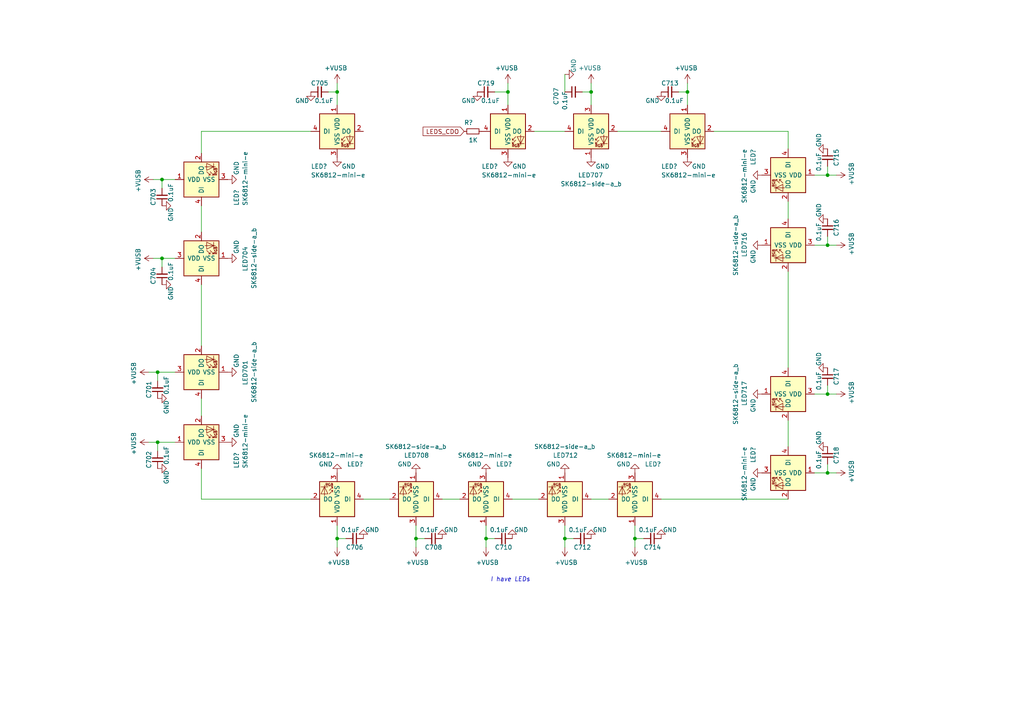
<source format=kicad_sch>
(kicad_sch (version 20230121) (generator eeschema)
  (paper "A4")
  (lib_symbols
    (symbol "Device:C_Small" (pin_numbers hide) (pin_names (offset 0.254) hide)
      (property "Reference" "C" (at 0.254 1.778 0))
      (property "Value" "C_Small" (at 0.254 -2.032 0))
      (symbol "C_Small_0_1"
        (polyline (pts (xy -1.524 -0.508) (xy 1.524 -0.508)) (stroke (width 0.3302)))
        (polyline (pts (xy -1.524 0.508) (xy 1.524 0.508)) (stroke (width 0.3048)))
      )
      (symbol "C_Small_1_1"
        (pin passive line (at 0 2.54 270) (length 2.032) (name "~") (number "1"))
        (pin passive line (at 0 -2.54 90) (length 2.032) (name "~") (number "2"))
      )
    )
    (symbol "Device:R_Small" (pin_numbers hide) (pin_names (offset 0.254) hide)
      (property "Reference" "R" (at 0.762 0.508 0))
      (property "Value" "R_Small" (at 0.762 -1.016 0))
      (symbol "R_Small_0_1"
        (rectangle (start -0.762 1.778) (end 0.762 -1.778) (stroke (width 0.2032)))
      )
      (symbol "R_Small_1_1"
        (pin passive line (at 0 2.54 270) (length 0.762) (name "~") (number "1"))
        (pin passive line (at 0 -2.54 90) (length 0.762) (name "~") (number "2"))
      )
    )
    (symbol "dp-LED:SK6812-mini-e" (pin_names (offset 1.016))
      (property "Reference" "LED" (at 11.43 -5.08 0))
      (property "Value" "SK6812-mini-e" (at 11.43 -7.62 0))
      (symbol "SK6812-mini-e_1_1"
        (polyline (pts (xy 1.27 -3.556) (xy 1.778 -3.556)))
        (polyline (pts (xy 1.27 -2.54) (xy 1.778 -2.54)))
        (polyline (pts (xy 4.699 -3.556) (xy 2.667 -3.556)))
        (polyline (pts (xy 2.286 -2.54) (xy 1.27 -3.556) (xy 1.27 -3.048)))
        (polyline (pts (xy 2.286 -1.524) (xy 1.27 -2.54) (xy 1.27 -2.032)))
        (polyline (pts (xy 3.683 -1.016) (xy 3.683 -3.556) (xy 3.683 -4.064)))
        (polyline (pts (xy 4.699 -1.524) (xy 2.667 -1.524) (xy 3.683 -3.556) (xy 4.699 -1.524)))
        (rectangle (start 5.08 5.08) (end -5.08 -5.08) (stroke (width 0.254)) (fill (type background)))
        (text "RGB" (at 2.286 -4.191 0) (effects (font (size 0.762 0.762))))
        (pin power_in line (at 0 7.62 270) (length 2.54) (name "VDD") (number "1"))
        (pin output line (at 7.62 0 180) (length 2.54) (name "DO") (number "2"))
        (pin power_in line (at 0 -7.62 90) (length 2.54) (name "VSS") (number "3"))
        (pin input line (at -7.62 0 0) (length 2.54) (name "DI") (number "4"))
      )
    )
    (symbol "dp-LED:SK6812-side-a_b" (pin_names (offset 1.016))
      (property "Reference" "LED" (at 12.7 -5.08 0))
      (property "Value" "SK6812-side-a_b" (at 12.7 -7.62 0))
      (symbol "SK6812-side-a_b_1_1"
        (polyline (pts (xy 1.27 -3.556) (xy 1.778 -3.556)))
        (polyline (pts (xy 1.27 -2.54) (xy 1.778 -2.54)))
        (polyline (pts (xy 4.699 -3.556) (xy 2.667 -3.556)))
        (polyline (pts (xy 2.286 -2.54) (xy 1.27 -3.556) (xy 1.27 -3.048)))
        (polyline (pts (xy 2.286 -1.524) (xy 1.27 -2.54) (xy 1.27 -2.032)))
        (polyline (pts (xy 3.683 -1.016) (xy 3.683 -3.556) (xy 3.683 -4.064)))
        (polyline (pts (xy 4.699 -1.524) (xy 2.667 -1.524) (xy 3.683 -3.556) (xy 4.699 -1.524)))
        (rectangle (start 5.08 5.08) (end -5.08 -5.08) (stroke (width 0.254)) (fill (type background)))
        (text "RGB" (at 2.286 -4.191 0) (effects (font (size 0.762 0.762))))
        (pin power_in line (at 0 -7.62 90) (length 2.54) (name "VSS") (number "1"))
        (pin output line (at 7.62 0 180) (length 2.54) (name "DO") (number "2"))
        (pin power_in line (at 0 7.62 270) (length 2.54) (name "VDD") (number "3"))
        (pin input line (at -7.62 0 0) (length 2.54) (name "DI") (number "4"))
      )
    )
    (symbol "dp-power:+VUSB" (power) (pin_names (offset 1.016))
      (property "Value" "+VUSB" (at 0 5.08 0))
      (symbol "+VUSB_0_1"
        (polyline (pts (xy 0 0) (xy 0 2.54)))
        (polyline (pts (xy 0 2.54) (xy -0.762 1.27)))
        (polyline (pts (xy 0 2.54) (xy 0.762 1.27)))
      )
      (symbol "+VUSB_1_1"
        (pin power_in line (at 0 0 90) (length 0) hide (name "+VUSB") (number "1"))
      )
    )
    (symbol "power:GND" (power) (pin_names (offset 0))
      (property "Value" "GND" (at 0 -3.81 0))
      (symbol "GND_0_1"
        (polyline (pts (xy 0 0) (xy 0 -1.27) (xy 1.27 -1.27) (xy 0 -2.54) (xy -1.27 -1.27) (xy 0 -1.27)))
      )
      (symbol "GND_1_1"
        (pin power_in line (at 0 0 270) (length 0) hide (name "GND") (number "1"))
      )
    )
  )
  (junction (at 199.39 26.67))
  (junction (at 140.97 156.21))
  (junction (at 171.45 26.67))
  (junction (at 147.32 26.67))
  (junction (at 240.03 137.16))
  (junction (at 184.15 156.21))
  (junction (at 97.79 26.67))
  (junction (at 240.03 114.3))
  (junction (at 45.72 107.95))
  (junction (at 46.99 74.93))
  (junction (at 46.99 52.07))
  (junction (at 97.79 156.21))
  (junction (at 240.03 50.8))
  (junction (at 120.65 156.21))
  (junction (at 163.83 156.21))
  (junction (at 45.72 128.27))
  (junction (at 240.03 71.12))
  (wire (pts (xy 240.03 48.26) (xy 240.03 50.8)))
  (wire (pts (xy 228.6 129.54) (xy 228.6 121.92)))
  (wire (pts (xy 240.03 71.12) (xy 236.22 71.12)))
  (wire (pts (xy 148.59 144.78) (xy 156.21 144.78)))
  (wire (pts (xy 196.85 26.67) (xy 199.39 26.67)))
  (wire (pts (xy 240.03 111.76) (xy 240.03 114.3)))
  (wire (pts (xy 58.42 82.55) (xy 58.42 100.33)))
  (wire (pts (xy 199.39 24.13) (xy 199.39 26.67)))
  (wire (pts (xy 179.07 38.1) (xy 191.77 38.1)))
  (wire (pts (xy 58.42 44.45) (xy 58.42 38.1)))
  (wire (pts (xy 140.97 156.21) (xy 140.97 152.4)))
  (wire (pts (xy 46.99 77.47) (xy 46.99 74.93)))
  (wire (pts (xy 163.83 156.21) (xy 163.83 152.4)))
  (wire (pts (xy 184.15 158.75) (xy 184.15 156.21)))
  (wire (pts (xy 154.94 38.1) (xy 163.83 38.1)))
  (wire (pts (xy 45.72 110.49) (xy 45.72 107.95)))
  (wire (pts (xy 228.6 58.42) (xy 228.6 63.5)))
  (wire (pts (xy 45.72 107.95) (xy 50.8 107.95)))
  (wire (pts (xy 143.51 156.21) (xy 140.97 156.21)))
  (wire (pts (xy 228.6 78.74) (xy 228.6 106.68)))
  (wire (pts (xy 147.32 26.67) (xy 147.32 30.48)))
  (wire (pts (xy 133.35 144.78) (xy 128.27 144.78)))
  (wire (pts (xy 58.42 59.69) (xy 58.42 67.31)))
  (wire (pts (xy 43.18 107.95) (xy 45.72 107.95)))
  (wire (pts (xy 140.97 158.75) (xy 140.97 156.21)))
  (wire (pts (xy 46.99 52.07) (xy 50.8 52.07)))
  (wire (pts (xy 123.19 156.21) (xy 120.65 156.21)))
  (wire (pts (xy 97.79 156.21) (xy 97.79 152.4)))
  (wire (pts (xy 97.79 158.75) (xy 97.79 156.21)))
  (wire (pts (xy 45.72 130.81) (xy 45.72 128.27)))
  (wire (pts (xy 120.65 156.21) (xy 120.65 152.4)))
  (wire (pts (xy 95.25 26.67) (xy 97.79 26.67)))
  (wire (pts (xy 147.32 24.13) (xy 147.32 26.67)))
  (wire (pts (xy 168.91 26.67) (xy 171.45 26.67)))
  (wire (pts (xy 242.57 114.3) (xy 240.03 114.3)))
  (wire (pts (xy 186.69 156.21) (xy 184.15 156.21)))
  (wire (pts (xy 58.42 135.89) (xy 58.42 144.78)))
  (wire (pts (xy 120.65 158.75) (xy 120.65 156.21)))
  (wire (pts (xy 242.57 71.12) (xy 240.03 71.12)))
  (wire (pts (xy 44.45 52.07) (xy 46.99 52.07)))
  (wire (pts (xy 100.33 156.21) (xy 97.79 156.21)))
  (wire (pts (xy 228.6 43.18) (xy 228.6 38.1)))
  (wire (pts (xy 171.45 24.13) (xy 171.45 26.67)))
  (wire (pts (xy 44.45 74.93) (xy 46.99 74.93)))
  (wire (pts (xy 240.03 68.58) (xy 240.03 71.12)))
  (wire (pts (xy 176.53 144.78) (xy 171.45 144.78)))
  (wire (pts (xy 97.79 24.13) (xy 97.79 26.67)))
  (wire (pts (xy 240.03 137.16) (xy 236.22 137.16)))
  (wire (pts (xy 184.15 156.21) (xy 184.15 152.4)))
  (wire (pts (xy 163.83 26.67) (xy 163.83 21.59)))
  (wire (pts (xy 46.99 54.61) (xy 46.99 52.07)))
  (wire (pts (xy 171.45 26.67) (xy 171.45 30.48)))
  (wire (pts (xy 90.17 144.78) (xy 58.42 144.78)))
  (wire (pts (xy 166.37 156.21) (xy 163.83 156.21)))
  (wire (pts (xy 199.39 26.67) (xy 199.39 30.48)))
  (wire (pts (xy 58.42 120.65) (xy 58.42 115.57)))
  (wire (pts (xy 43.18 128.27) (xy 45.72 128.27)))
  (wire (pts (xy 207.01 38.1) (xy 228.6 38.1)))
  (wire (pts (xy 46.99 74.93) (xy 50.8 74.93)))
  (wire (pts (xy 58.42 38.1) (xy 90.17 38.1)))
  (wire (pts (xy 242.57 137.16) (xy 240.03 137.16)))
  (wire (pts (xy 191.77 144.78) (xy 228.6 144.78)))
  (wire (pts (xy 45.72 128.27) (xy 50.8 128.27)))
  (wire (pts (xy 97.79 26.67) (xy 97.79 30.48)))
  (wire (pts (xy 105.41 144.78) (xy 113.03 144.78)))
  (wire (pts (xy 163.83 158.75) (xy 163.83 156.21)))
  (wire (pts (xy 143.51 26.67) (xy 147.32 26.67)))
  (wire (pts (xy 240.03 114.3) (xy 236.22 114.3)))
  (wire (pts (xy 240.03 50.8) (xy 236.22 50.8)))
  (wire (pts (xy 242.57 50.8) (xy 240.03 50.8)))
  (wire (pts (xy 240.03 134.62) (xy 240.03 137.16)))
  (text "I have LEDs" (at 142.24 168.91 0) (effects (font (size 1.27 1.27) italic) (justify left bottom)))
  (global_label "LEDS_CDO" (shape input) (at 134.62 38.1 180) (property "Intersheetrefs" "${INTERSHEET_REFS}" (effects hide)))
  (symbol (lib_id "dp-power:+VUSB") (at 44.45 74.93 90) (unit 1)
    (property "Reference" "#PWR0704" (effects hide))
    (property "Value" "+VUSB" (at 40.0558 75.311 0))
    (instances (project "BusPirate-5-rev10" (path "" (reference "#PWR0704") (unit 1)) (path "" (reference "#PWR?") (unit 1))))
  )
  (symbol (lib_id "power:GND") (at 46.99 82.55 90) (unit 1)
    (property "Reference" "#PWR0708" (effects hide))
    (property "Value" "GND" (at 49.53 85.09 0))
    (instances (project "BusPirate-5-rev10" (path "" (reference "#PWR0708") (unit 1)) (path "" (reference "#PWR?") (unit 1))))
  )
  (symbol (lib_id "Device:C_Small") (at 46.99 80.01 180) (unit 1)
    (property "Reference" "C704" (at 44.45 80.01 90))
    (property "Value" "0.1uF" (at 49.53 78.74 90))
    (property "Footprint" "Capacitor_SMD:C_0402_1005Metric" (effects hide))
    (property "RMB" "0.00628" (effects hide))
    (property "Supplier" "https://item.szlcsc.com/1877.html" (effects hide))
    (instances (project "BusPirate-5-rev10" (path "" (reference "C704") (unit 1)) (path "" (reference "C?") (unit 1))))
  )
  (symbol (lib_id "power:GND") (at 66.04 74.93 90) (unit 1)
    (property "Reference" "#PWR0712" (effects hide))
    (property "Value" "GND" (at 68.58 73.66 0) (effects (justify left)))
    (instances (project "BusPirate-5-rev10" (path "" (reference "#PWR0712") (unit 1)) (path "" (reference "#PWR?") (unit 1))))
  )
  (symbol (lib_id "dp-power:+VUSB") (at 44.45 52.07 90) (unit 1)
    (property "Reference" "#PWR0703" (effects hide))
    (property "Value" "+VUSB" (at 40.0558 52.451 0))
    (instances (project "BusPirate-5-rev10" (path "" (reference "#PWR0703") (unit 1)) (path "" (reference "#PWR?") (unit 1))))
  )
  (symbol (lib_id "power:GND") (at 46.99 59.69 90) (unit 1)
    (property "Reference" "#PWR0707" (effects hide))
    (property "Value" "GND" (at 49.53 62.23 0))
    (instances (project "BusPirate-5-rev10" (path "" (reference "#PWR0707") (unit 1)) (path "" (reference "#PWR?") (unit 1))))
  )
  (symbol (lib_id "Device:C_Small") (at 46.99 57.15 180) (unit 1)
    (property "Reference" "C703" (at 44.45 57.15 90))
    (property "Value" "0.1uF" (at 49.53 55.88 90))
    (property "Footprint" "Capacitor_SMD:C_0402_1005Metric" (effects hide))
    (property "RMB" "0.00628" (effects hide))
    (property "Supplier" "https://item.szlcsc.com/1877.html" (effects hide))
    (instances (project "BusPirate-5-rev10" (path "" (reference "C703") (unit 1)) (path "" (reference "C?") (unit 1))))
  )
  (symbol (lib_id "power:GND") (at 66.04 52.07 90) (unit 1)
    (property "Reference" "#PWR0711" (effects hide))
    (property "Value" "GND" (at 68.58 50.8 0) (effects (justify left)))
    (instances (project "BusPirate-5-rev10" (path "" (reference "#PWR0711") (unit 1)) (path "" (reference "#PWR?") (unit 1))))
  )
  (symbol (lib_id "dp-LED:SK6812-mini-e") (at 58.42 52.07 90) (unit 1)
    (property "Reference" "LED?" (at 68.58 59.69 0) (effects (justify left)))
    (property "Value" "SK6812-mini-e" (at 71.12 59.69 0) (effects (justify left)))
    (property "Footprint" "dp-LED:SK6812-mini-e" (effects hide))
    (property "RMB" "0.5296" (effects hide))
    (property "Supplier" "https://item.szlcsc.com/542109.html" (effects hide))
    (instances (project "BusPirate-5-rev10" (path "" (reference "LED?") (unit 1)) (path "" (reference "LED?") (unit 1)) (path "" (reference "LED703") (unit 1))))
  )
  (symbol (lib_id "dp-power:+VUSB") (at 97.79 24.13 0) (unit 1)
    (property "Reference" "#PWR0714" (effects hide))
    (property "Value" "+VUSB" (at 97.409 19.7358 0))
    (instances (project "BusPirate-5-rev10" (path "" (reference "#PWR0714") (unit 1)) (path "" (reference "#PWR?") (unit 1))))
  )
  (symbol (lib_id "power:GND") (at 90.17 26.67 0) (unit 1)
    (property "Reference" "#PWR0713" (effects hide))
    (property "Value" "GND" (at 87.63 29.21 0))
    (instances (project "BusPirate-5-rev10" (path "" (reference "#PWR0713") (unit 1)) (path "" (reference "#PWR?") (unit 1))))
  )
  (symbol (lib_id "power:GND") (at 97.79 45.72 0) (unit 1)
    (property "Reference" "#PWR0715" (effects hide))
    (property "Value" "GND" (at 99.06 48.26 0) (effects (justify left)))
    (instances (project "BusPirate-5-rev10" (path "" (reference "#PWR0715") (unit 1)) (path "" (reference "#PWR?") (unit 1))))
  )
  (symbol (lib_id "dp-LED:SK6812-mini-e") (at 97.79 38.1 0) (unit 1)
    (property "Reference" "LED?" (at 90.17 48.26 0) (effects (justify left)))
    (property "Value" "SK6812-mini-e" (at 90.17 50.8 0) (effects (justify left)))
    (property "Footprint" "dp-LED:SK6812-mini-e" (effects hide))
    (property "RMB" "0.5296" (effects hide))
    (property "Supplier" "https://item.szlcsc.com/542109.html" (effects hide))
    (instances (project "BusPirate-5-rev10" (path "" (reference "LED?") (unit 1)) (path "" (reference "LED?") (unit 1)) (path "" (reference "LED705") (unit 1))))
  )
  (symbol (lib_id "Device:C_Small") (at 92.71 26.67 90) (unit 1)
    (property "Reference" "C705" (at 92.71 24.13 90))
    (property "Value" "0.1uF" (at 93.98 29.21 90))
    (property "Footprint" "Capacitor_SMD:C_0402_1005Metric" (effects hide))
    (property "RMB" "0.00628" (effects hide))
    (property "Supplier" "https://item.szlcsc.com/1877.html" (effects hide))
    (instances (project "BusPirate-5-rev10" (path "" (reference "C705") (unit 1)) (path "" (reference "C?") (unit 1))))
  )
  (symbol (lib_id "dp-power:+VUSB") (at 199.39 24.13 0) (unit 1)
    (property "Reference" "#PWR0738" (effects hide))
    (property "Value" "+VUSB" (at 199.009 19.7358 0))
    (instances (project "BusPirate-5-rev10" (path "" (reference "#PWR0738") (unit 1)) (path "" (reference "#PWR?") (unit 1))))
  )
  (symbol (lib_id "power:GND") (at 191.77 26.67 0) (unit 1)
    (property "Reference" "#PWR0737" (effects hide))
    (property "Value" "GND" (at 189.23 29.21 0))
    (instances (project "BusPirate-5-rev10" (path "" (reference "#PWR0737") (unit 1)) (path "" (reference "#PWR?") (unit 1))))
  )
  (symbol (lib_id "power:GND") (at 199.39 45.72 0) (unit 1)
    (property "Reference" "#PWR0739" (effects hide))
    (property "Value" "GND" (at 200.66 48.26 0) (effects (justify left)))
    (instances (project "BusPirate-5-rev10" (path "" (reference "#PWR0739") (unit 1)) (path "" (reference "#PWR?") (unit 1))))
  )
  (symbol (lib_id "dp-LED:SK6812-mini-e") (at 199.39 38.1 0) (unit 1)
    (property "Reference" "LED?" (at 191.77 48.26 0) (effects (justify left)))
    (property "Value" "SK6812-mini-e" (at 191.77 50.8 0) (effects (justify left)))
    (property "Footprint" "dp-LED:SK6812-mini-e" (effects hide))
    (property "RMB" "0.5296" (effects hide))
    (property "Supplier" "https://item.szlcsc.com/542109.html" (effects hide))
    (instances (project "BusPirate-5-rev10" (path "" (reference "LED?") (unit 1)) (path "" (reference "LED?") (unit 1)) (path "" (reference "LED713") (unit 1))))
  )
  (symbol (lib_id "Device:C_Small") (at 194.31 26.67 90) (unit 1)
    (property "Reference" "C713" (at 194.31 24.13 90))
    (property "Value" "0.1uF" (at 195.58 29.21 90))
    (property "Footprint" "Capacitor_SMD:C_0402_1005Metric" (effects hide))
    (property "RMB" "0.00628" (effects hide))
    (property "Supplier" "https://item.szlcsc.com/1877.html" (effects hide))
    (instances (project "BusPirate-5-rev10" (path "" (reference "C713") (unit 1)) (path "" (reference "C?") (unit 1))))
  )
  (symbol (lib_id "dp-power:+VUSB") (at 242.57 71.12 270) (unit 1)
    (property "Reference" "#PWR0752" (effects hide))
    (property "Value" "+VUSB" (at 246.9642 70.739 0))
    (instances (project "BusPirate-5-rev10" (path "" (reference "#PWR0752") (unit 1)) (path "" (reference "#PWR?") (unit 1))))
  )
  (symbol (lib_id "power:GND") (at 240.03 63.5 270) (unit 1)
    (property "Reference" "#PWR0748" (effects hide))
    (property "Value" "GND" (at 237.49 60.96 0))
    (instances (project "BusPirate-5-rev10" (path "" (reference "#PWR0748") (unit 1)) (path "" (reference "#PWR?") (unit 1))))
  )
  (symbol (lib_id "Device:C_Small") (at 240.03 66.04 0) (unit 1)
    (property "Reference" "C716" (at 242.57 66.04 90))
    (property "Value" "0.1uF" (at 237.49 67.31 90))
    (property "Footprint" "Capacitor_SMD:C_0402_1005Metric" (effects hide))
    (property "RMB" "0.00628" (effects hide))
    (property "Supplier" "https://item.szlcsc.com/1877.html" (effects hide))
    (instances (project "BusPirate-5-rev10" (path "" (reference "C716") (unit 1)) (path "" (reference "C?") (unit 1))))
  )
  (symbol (lib_id "power:GND") (at 220.98 71.12 270) (unit 1)
    (property "Reference" "#PWR0744" (effects hide))
    (property "Value" "GND" (at 218.44 72.39 0) (effects (justify left)))
    (instances (project "BusPirate-5-rev10" (path "" (reference "#PWR0744") (unit 1)) (path "" (reference "#PWR?") (unit 1))))
  )
  (symbol (lib_id "dp-power:+VUSB") (at 242.57 50.8 270) (unit 1)
    (property "Reference" "#PWR0751" (effects hide))
    (property "Value" "+VUSB" (at 246.9642 50.419 0))
    (instances (project "BusPirate-5-rev10" (path "" (reference "#PWR0751") (unit 1)) (path "" (reference "#PWR?") (unit 1))))
  )
  (symbol (lib_id "power:GND") (at 240.03 43.18 270) (unit 1)
    (property "Reference" "#PWR0747" (effects hide))
    (property "Value" "GND" (at 237.49 40.64 0))
    (instances (project "BusPirate-5-rev10" (path "" (reference "#PWR0747") (unit 1)) (path "" (reference "#PWR?") (unit 1))))
  )
  (symbol (lib_id "power:GND") (at 220.98 50.8 270) (unit 1)
    (property "Reference" "#PWR0743" (effects hide))
    (property "Value" "GND" (at 218.44 52.07 0) (effects (justify left)))
    (instances (project "BusPirate-5-rev10" (path "" (reference "#PWR0743") (unit 1)) (path "" (reference "#PWR?") (unit 1))))
  )
  (symbol (lib_id "dp-LED:SK6812-mini-e") (at 228.6 50.8 270) (unit 1)
    (property "Reference" "LED?" (at 218.44 43.18 0) (effects (justify left)))
    (property "Value" "SK6812-mini-e" (at 215.9 43.18 0) (effects (justify left)))
    (property "Footprint" "dp-LED:SK6812-mini-e" (effects hide))
    (property "RMB" "0.5296" (effects hide))
    (property "Supplier" "https://item.szlcsc.com/542109.html" (effects hide))
    (instances (project "BusPirate-5-rev10" (path "" (reference "LED?") (unit 1)) (path "" (reference "LED?") (unit 1)) (path "" (reference "LED715") (unit 1))))
  )
  (symbol (lib_id "Device:C_Small") (at 240.03 45.72 0) (unit 1)
    (property "Reference" "C715" (at 242.57 45.72 90))
    (property "Value" "0.1uF" (at 237.49 46.99 90))
    (property "Footprint" "Capacitor_SMD:C_0402_1005Metric" (effects hide))
    (property "RMB" "0.00628" (effects hide))
    (property "Supplier" "https://item.szlcsc.com/1877.html" (effects hide))
    (instances (project "BusPirate-5-rev10" (path "" (reference "C715") (unit 1)) (path "" (reference "C?") (unit 1))))
  )
  (symbol (lib_id "dp-power:+VUSB") (at 242.57 114.3 270) (unit 1)
    (property "Reference" "#PWR0753" (effects hide))
    (property "Value" "+VUSB" (at 246.9642 113.919 0))
    (instances (project "BusPirate-5-rev10" (path "" (reference "#PWR0753") (unit 1)) (path "" (reference "#PWR?") (unit 1))))
  )
  (symbol (lib_id "power:GND") (at 240.03 106.68 270) (unit 1)
    (property "Reference" "#PWR0749" (effects hide))
    (property "Value" "GND" (at 237.49 104.14 0))
    (instances (project "BusPirate-5-rev10" (path "" (reference "#PWR0749") (unit 1)) (path "" (reference "#PWR?") (unit 1))))
  )
  (symbol (lib_id "Device:C_Small") (at 240.03 109.22 0) (unit 1)
    (property "Reference" "C717" (at 242.57 109.22 90))
    (property "Value" "0.1uF" (at 237.49 110.49 90))
    (property "Footprint" "Capacitor_SMD:C_0402_1005Metric" (effects hide))
    (property "RMB" "0.00628" (effects hide))
    (property "Supplier" "https://item.szlcsc.com/1877.html" (effects hide))
    (instances (project "BusPirate-5-rev10" (path "" (reference "C717") (unit 1)) (path "" (reference "C?") (unit 1))))
  )
  (symbol (lib_id "power:GND") (at 220.98 114.3 270) (unit 1)
    (property "Reference" "#PWR0745" (effects hide))
    (property "Value" "GND" (at 218.44 115.57 0) (effects (justify left)))
    (instances (project "BusPirate-5-rev10" (path "" (reference "#PWR0745") (unit 1)) (path "" (reference "#PWR?") (unit 1))))
  )
  (symbol (lib_id "dp-power:+VUSB") (at 242.57 137.16 270) (unit 1)
    (property "Reference" "#PWR0754" (effects hide))
    (property "Value" "+VUSB" (at 246.9642 136.779 0))
    (instances (project "BusPirate-5-rev10" (path "" (reference "#PWR0754") (unit 1)) (path "" (reference "#PWR?") (unit 1))))
  )
  (symbol (lib_id "power:GND") (at 240.03 129.54 270) (unit 1)
    (property "Reference" "#PWR0750" (effects hide))
    (property "Value" "GND" (at 237.49 127 0))
    (instances (project "BusPirate-5-rev10" (path "" (reference "#PWR0750") (unit 1)) (path "" (reference "#PWR?") (unit 1))))
  )
  (symbol (lib_id "power:GND") (at 220.98 137.16 270) (unit 1)
    (property "Reference" "#PWR0746" (effects hide))
    (property "Value" "GND" (at 218.44 138.43 0) (effects (justify left)))
    (instances (project "BusPirate-5-rev10" (path "" (reference "#PWR0746") (unit 1)) (path "" (reference "#PWR?") (unit 1))))
  )
  (symbol (lib_id "dp-LED:SK6812-mini-e") (at 228.6 137.16 270) (unit 1)
    (property "Reference" "LED?" (at 218.44 129.54 0) (effects (justify left)))
    (property "Value" "SK6812-mini-e" (at 215.9 129.54 0) (effects (justify left)))
    (property "Footprint" "dp-LED:SK6812-mini-e" (effects hide))
    (property "RMB" "0.5296" (effects hide))
    (property "Supplier" "https://item.szlcsc.com/542109.html" (effects hide))
    (instances (project "BusPirate-5-rev10" (path "" (reference "LED?") (unit 1)) (path "" (reference "LED?") (unit 1)) (path "" (reference "LED718") (unit 1))))
  )
  (symbol (lib_id "Device:C_Small") (at 240.03 132.08 0) (unit 1)
    (property "Reference" "C718" (at 242.57 132.08 90))
    (property "Value" "0.1uF" (at 237.49 133.35 90))
    (property "Footprint" "Capacitor_SMD:C_0402_1005Metric" (effects hide))
    (property "RMB" "0.00628" (effects hide))
    (property "Supplier" "https://item.szlcsc.com/1877.html" (effects hide))
    (instances (project "BusPirate-5-rev10" (path "" (reference "C718") (unit 1)) (path "" (reference "C?") (unit 1))))
  )
  (symbol (lib_id "dp-power:+VUSB") (at 163.83 158.75 180) (unit 1)
    (property "Reference" "#PWR0735" (effects hide))
    (property "Value" "+VUSB" (at 164.211 163.1442 0))
    (instances (project "BusPirate-5-rev10" (path "" (reference "#PWR0735") (unit 1)) (path "" (reference "#PWR?") (unit 1))))
  )
  (symbol (lib_id "power:GND") (at 171.45 156.21 180) (unit 1)
    (property "Reference" "#PWR0736" (effects hide))
    (property "Value" "GND" (at 173.99 153.67 0))
    (instances (project "BusPirate-5-rev10" (path "" (reference "#PWR0736") (unit 1)) (path "" (reference "#PWR?") (unit 1))))
  )
  (symbol (lib_id "Device:C_Small") (at 168.91 156.21 270) (unit 1)
    (property "Reference" "C712" (at 168.91 158.75 90))
    (property "Value" "0.1uF" (at 167.64 153.67 90))
    (property "Footprint" "Capacitor_SMD:C_0402_1005Metric" (effects hide))
    (property "RMB" "0.00628" (effects hide))
    (property "Supplier" "https://item.szlcsc.com/1877.html" (effects hide))
    (instances (project "BusPirate-5-rev10" (path "" (reference "C712") (unit 1)) (path "" (reference "C?") (unit 1))))
  )
  (symbol (lib_id "power:GND") (at 163.83 137.16 180) (unit 1)
    (property "Reference" "#PWR0734" (effects hide))
    (property "Value" "GND" (at 162.56 134.62 0) (effects (justify left)))
    (instances (project "BusPirate-5-rev10" (path "" (reference "#PWR0734") (unit 1)) (path "" (reference "#PWR?") (unit 1))))
  )
  (symbol (lib_id "dp-power:+VUSB") (at 184.15 158.75 180) (unit 1)
    (property "Reference" "#PWR0741" (effects hide))
    (property "Value" "+VUSB" (at 184.531 163.1442 0))
    (instances (project "BusPirate-5-rev10" (path "" (reference "#PWR0741") (unit 1)) (path "" (reference "#PWR?") (unit 1))))
  )
  (symbol (lib_id "power:GND") (at 191.77 156.21 180) (unit 1)
    (property "Reference" "#PWR0742" (effects hide))
    (property "Value" "GND" (at 194.31 153.67 0))
    (instances (project "BusPirate-5-rev10" (path "" (reference "#PWR0742") (unit 1)) (path "" (reference "#PWR?") (unit 1))))
  )
  (symbol (lib_id "power:GND") (at 184.15 137.16 180) (unit 1)
    (property "Reference" "#PWR0740" (effects hide))
    (property "Value" "GND" (at 182.88 134.62 0) (effects (justify left)))
    (instances (project "BusPirate-5-rev10" (path "" (reference "#PWR0740") (unit 1)) (path "" (reference "#PWR?") (unit 1))))
  )
  (symbol (lib_id "dp-LED:SK6812-mini-e") (at 184.15 144.78 180) (unit 1)
    (property "Reference" "LED?" (at 191.77 134.62 0) (effects (justify left)))
    (property "Value" "SK6812-mini-e" (at 191.77 132.08 0) (effects (justify left)))
    (property "Footprint" "dp-LED:SK6812-mini-e" (effects hide))
    (property "RMB" "0.5296" (effects hide))
    (property "Supplier" "https://item.szlcsc.com/542109.html" (effects hide))
    (instances (project "BusPirate-5-rev10" (path "" (reference "LED?") (unit 1)) (path "" (reference "LED?") (unit 1)) (path "" (reference "LED714") (unit 1))))
  )
  (symbol (lib_id "Device:C_Small") (at 189.23 156.21 270) (unit 1)
    (property "Reference" "C714" (at 189.23 158.75 90))
    (property "Value" "0.1uF" (at 187.96 153.67 90))
    (property "Footprint" "Capacitor_SMD:C_0402_1005Metric" (effects hide))
    (property "RMB" "0.00628" (effects hide))
    (property "Supplier" "https://item.szlcsc.com/1877.html" (effects hide))
    (instances (project "BusPirate-5-rev10" (path "" (reference "C714") (unit 1)) (path "" (reference "C?") (unit 1))))
  )
  (symbol (lib_id "dp-power:+VUSB") (at 120.65 158.75 180) (unit 1)
    (property "Reference" "#PWR0723" (effects hide))
    (property "Value" "+VUSB" (at 121.031 163.1442 0))
    (instances (project "BusPirate-5-rev10" (path "" (reference "#PWR0723") (unit 1)) (path "" (reference "#PWR?") (unit 1))))
  )
  (symbol (lib_id "power:GND") (at 128.27 156.21 180) (unit 1)
    (property "Reference" "#PWR0724" (effects hide))
    (property "Value" "GND" (at 130.81 153.67 0))
    (instances (project "BusPirate-5-rev10" (path "" (reference "#PWR0724") (unit 1)) (path "" (reference "#PWR?") (unit 1))))
  )
  (symbol (lib_id "Device:C_Small") (at 125.73 156.21 270) (unit 1)
    (property "Reference" "C708" (at 125.73 158.75 90))
    (property "Value" "0.1uF" (at 124.46 153.67 90))
    (property "Footprint" "Capacitor_SMD:C_0402_1005Metric" (effects hide))
    (property "RMB" "0.00628" (effects hide))
    (property "Supplier" "https://item.szlcsc.com/1877.html" (effects hide))
    (instances (project "BusPirate-5-rev10" (path "" (reference "C708") (unit 1)) (path "" (reference "C?") (unit 1))))
  )
  (symbol (lib_id "power:GND") (at 120.65 137.16 180) (unit 1)
    (property "Reference" "#PWR0722" (effects hide))
    (property "Value" "GND" (at 119.38 134.62 0) (effects (justify left)))
    (instances (project "BusPirate-5-rev10" (path "" (reference "#PWR0722") (unit 1)) (path "" (reference "#PWR?") (unit 1))))
  )
  (symbol (lib_id "dp-power:+VUSB") (at 140.97 158.75 180) (unit 1)
    (property "Reference" "#PWR0729" (effects hide))
    (property "Value" "+VUSB" (at 141.351 163.1442 0))
    (instances (project "BusPirate-5-rev10" (path "" (reference "#PWR0729") (unit 1)) (path "" (reference "#PWR?") (unit 1))))
  )
  (symbol (lib_id "power:GND") (at 148.59 156.21 180) (unit 1)
    (property "Reference" "#PWR0730" (effects hide))
    (property "Value" "GND" (at 151.13 153.67 0))
    (instances (project "BusPirate-5-rev10" (path "" (reference "#PWR0730") (unit 1)) (path "" (reference "#PWR?") (unit 1))))
  )
  (symbol (lib_id "power:GND") (at 140.97 137.16 180) (unit 1)
    (property "Reference" "#PWR0728" (effects hide))
    (property "Value" "GND" (at 139.7 134.62 0) (effects (justify left)))
    (instances (project "BusPirate-5-rev10" (path "" (reference "#PWR0728") (unit 1)) (path "" (reference "#PWR?") (unit 1))))
  )
  (symbol (lib_id "dp-LED:SK6812-mini-e") (at 140.97 144.78 180) (unit 1)
    (property "Reference" "LED?" (at 148.59 134.62 0) (effects (justify left)))
    (property "Value" "SK6812-mini-e" (at 148.59 132.08 0) (effects (justify left)))
    (property "Footprint" "dp-LED:SK6812-mini-e" (effects hide))
    (property "RMB" "0.5296" (effects hide))
    (property "Supplier" "https://item.szlcsc.com/542109.html" (effects hide))
    (instances (project "BusPirate-5-rev10" (path "" (reference "LED?") (unit 1)) (path "" (reference "LED?") (unit 1)) (path "" (reference "LED710") (unit 1))))
  )
  (symbol (lib_id "Device:C_Small") (at 146.05 156.21 270) (unit 1)
    (property "Reference" "C710" (at 146.05 158.75 90))
    (property "Value" "0.1uF" (at 144.78 153.67 90))
    (property "Footprint" "Capacitor_SMD:C_0402_1005Metric" (effects hide))
    (property "RMB" "0.00628" (effects hide))
    (property "Supplier" "https://item.szlcsc.com/1877.html" (effects hide))
    (instances (project "BusPirate-5-rev10" (path "" (reference "C710") (unit 1)) (path "" (reference "C?") (unit 1))))
  )
  (symbol (lib_id "dp-power:+VUSB") (at 97.79 158.75 180) (unit 1)
    (property "Reference" "#PWR0717" (effects hide))
    (property "Value" "+VUSB" (at 98.171 163.1442 0))
    (instances (project "BusPirate-5-rev10" (path "" (reference "#PWR0717") (unit 1)) (path "" (reference "#PWR?") (unit 1))))
  )
  (symbol (lib_id "power:GND") (at 105.41 156.21 180) (unit 1)
    (property "Reference" "#PWR0718" (effects hide))
    (property "Value" "GND" (at 107.95 153.67 0))
    (instances (project "BusPirate-5-rev10" (path "" (reference "#PWR0718") (unit 1)) (path "" (reference "#PWR?") (unit 1))))
  )
  (symbol (lib_id "power:GND") (at 97.79 137.16 180) (unit 1)
    (property "Reference" "#PWR0716" (effects hide))
    (property "Value" "GND" (at 96.52 134.62 0) (effects (justify left)))
    (instances (project "BusPirate-5-rev10" (path "" (reference "#PWR0716") (unit 1)) (path "" (reference "#PWR?") (unit 1))))
  )
  (symbol (lib_id "dp-LED:SK6812-mini-e") (at 97.79 144.78 180) (unit 1)
    (property "Reference" "LED?" (at 105.41 134.62 0) (effects (justify left)))
    (property "Value" "SK6812-mini-e" (at 105.41 132.08 0) (effects (justify left)))
    (property "Footprint" "dp-LED:SK6812-mini-e" (effects hide))
    (property "RMB" "0.5296" (effects hide))
    (property "Supplier" "https://item.szlcsc.com/542109.html" (effects hide))
    (instances (project "BusPirate-5-rev10" (path "" (reference "LED?") (unit 1)) (path "" (reference "LED?") (unit 1)) (path "" (reference "LED706") (unit 1))))
  )
  (symbol (lib_id "Device:C_Small") (at 102.87 156.21 270) (unit 1)
    (property "Reference" "C706" (at 102.87 158.75 90))
    (property "Value" "0.1uF" (at 101.6 153.67 90))
    (property "Footprint" "Capacitor_SMD:C_0402_1005Metric" (effects hide))
    (property "RMB" "0.00628" (effects hide))
    (property "Supplier" "https://item.szlcsc.com/1877.html" (effects hide))
    (instances (project "BusPirate-5-rev10" (path "" (reference "C706") (unit 1)) (path "" (reference "C?") (unit 1))))
  )
  (symbol (lib_id "dp-power:+VUSB") (at 43.18 107.95 90) (unit 1)
    (property "Reference" "#PWR0701" (effects hide))
    (property "Value" "+VUSB" (at 38.7858 108.331 0))
    (instances (project "BusPirate-5-rev10" (path "" (reference "#PWR0701") (unit 1)) (path "" (reference "#PWR?") (unit 1))))
  )
  (symbol (lib_id "power:GND") (at 45.72 115.57 90) (unit 1)
    (property "Reference" "#PWR0705" (effects hide))
    (property "Value" "GND" (at 48.26 118.11 0))
    (instances (project "BusPirate-5-rev10" (path "" (reference "#PWR0705") (unit 1)) (path "" (reference "#PWR?") (unit 1))))
  )
  (symbol (lib_id "Device:C_Small") (at 45.72 113.03 180) (unit 1)
    (property "Reference" "C701" (at 43.18 113.03 90))
    (property "Value" "0.1uF" (at 48.26 111.76 90))
    (property "Footprint" "Capacitor_SMD:C_0402_1005Metric" (effects hide))
    (property "RMB" "0.00628" (effects hide))
    (property "Supplier" "https://item.szlcsc.com/1877.html" (effects hide))
    (instances (project "BusPirate-5-rev10" (path "" (reference "C701") (unit 1)) (path "" (reference "C?") (unit 1))))
  )
  (symbol (lib_id "power:GND") (at 66.04 107.95 90) (unit 1)
    (property "Reference" "#PWR0709" (effects hide))
    (property "Value" "GND" (at 68.58 106.68 0) (effects (justify left)))
    (instances (project "BusPirate-5-rev10" (path "" (reference "#PWR0709") (unit 1)) (path "" (reference "#PWR?") (unit 1))))
  )
  (symbol (lib_id "dp-power:+VUSB") (at 43.18 128.27 90) (unit 1)
    (property "Reference" "#PWR0702" (effects hide))
    (property "Value" "+VUSB" (at 38.7858 128.651 0))
    (instances (project "BusPirate-5-rev10" (path "" (reference "#PWR0702") (unit 1)) (path "" (reference "#PWR?") (unit 1))))
  )
  (symbol (lib_id "power:GND") (at 45.72 135.89 90) (unit 1)
    (property "Reference" "#PWR0706" (effects hide))
    (property "Value" "GND" (at 48.26 138.43 0))
    (instances (project "BusPirate-5-rev10" (path "" (reference "#PWR0706") (unit 1)) (path "" (reference "#PWR?") (unit 1))))
  )
  (symbol (lib_id "power:GND") (at 66.04 128.27 90) (unit 1)
    (property "Reference" "#PWR0710" (effects hide))
    (property "Value" "GND" (at 68.58 127 0) (effects (justify left)))
    (instances (project "BusPirate-5-rev10" (path "" (reference "#PWR0710") (unit 1)) (path "" (reference "#PWR?") (unit 1))))
  )
  (symbol (lib_id "dp-LED:SK6812-mini-e") (at 58.42 128.27 90) (unit 1)
    (property "Reference" "LED?" (at 68.58 135.89 0) (effects (justify left)))
    (property "Value" "SK6812-mini-e" (at 71.12 135.89 0) (effects (justify left)))
    (property "Footprint" "dp-LED:SK6812-mini-e" (effects hide))
    (property "RMB" "0.5296" (effects hide))
    (property "Supplier" "https://item.szlcsc.com/542109.html" (effects hide))
    (instances (project "BusPirate-5-rev10" (path "" (reference "LED?") (unit 1)) (path "" (reference "LED?") (unit 1)) (path "" (reference "LED702") (unit 1))))
  )
  (symbol (lib_id "Device:C_Small") (at 45.72 133.35 180) (unit 1)
    (property "Reference" "C702" (at 43.18 133.35 90))
    (property "Value" "0.1uF" (at 48.26 132.08 90))
    (property "Footprint" "Capacitor_SMD:C_0402_1005Metric" (effects hide))
    (property "RMB" "0.00628" (effects hide))
    (property "Supplier" "https://item.szlcsc.com/1877.html" (effects hide))
    (instances (project "BusPirate-5-rev10" (path "" (reference "C702") (unit 1)) (path "" (reference "C?") (unit 1))))
  )
  (symbol (lib_id "Device:C_Small") (at 166.37 26.67 90) (unit 1)
    (property "Reference" "C707" (at 161.29 27.94 0))
    (property "Value" "0.1uF" (at 163.83 29.21 0))
    (property "Footprint" "Capacitor_SMD:C_0402_1005Metric" (effects hide))
    (property "RMB" "0.00628" (effects hide))
    (property "Supplier" "https://item.szlcsc.com/1877.html" (effects hide))
    (instances (project "BusPirate-5-rev10" (path "" (reference "C707") (unit 1)) (path "" (reference "C?") (unit 1))))
  )
  (symbol (lib_id "dp-power:+VUSB") (at 171.45 24.13 0) (unit 1)
    (property "Reference" "#PWR01" (effects hide))
    (property "Value" "+VUSB" (at 171.069 19.7358 0))
    (instances (project "BusPirate-5-rev10" (path "" (reference "#PWR01") (unit 1)) (path "" (reference "#PWR?") (unit 1))))
  )
  (symbol (lib_id "power:GND") (at 163.83 21.59 90) (unit 1)
    (property "Reference" "#PWR02" (effects hide))
    (property "Value" "GND" (at 166.37 19.05 0))
    (instances (project "BusPirate-5-rev10" (path "" (reference "#PWR02") (unit 1)) (path "" (reference "#PWR?") (unit 1))))
  )
  (symbol (lib_id "power:GND") (at 171.45 45.72 0) (unit 1)
    (property "Reference" "#PWR0130" (effects hide))
    (property "Value" "GND" (at 172.72 48.26 0) (effects (justify left)))
    (instances (project "BusPirate-5-rev10" (path "" (reference "#PWR0130") (unit 1)) (path "" (reference "#PWR?") (unit 1))))
  )
  (symbol (lib_id "Device:R_Small") (at 137.16 38.1 90) (unit 1)
    (property "Reference" "R?" (at 134.62 35.56 90) (effects (justify right)))
    (property "Value" "1K" (at 135.89 40.64 90) (effects (justify right)))
    (property "Footprint" "Resistor_SMD:R_0402_1005Metric" (effects hide))
    (property "RMB" "0.005622" (effects hide))
    (property "Supplier" "https://item.szlcsc.com/107450.html" (effects hide))
    (instances (project "BusPirate-5-rev10" (path "" (reference "R?") (unit 1)) (path "" (reference "R?") (unit 1)) (path "" (reference "R502") (unit 1))))
  )
  (symbol (lib_id "dp-LED:SK6812-side-a_b") (at 171.45 38.1 0) (unit 1)
    (property "Reference" "LED707" (at 167.64 50.8 0) (effects (justify left)))
    (property "Value" "SK6812-side-a_b" (at 162.56 53.34 0) (effects (justify left)))
    (property "Footprint" "dp-LED:SK6812-side-a_b" (effects hide))
  )
  (symbol (lib_id "dp-LED:SK6812-side-a_b") (at 228.6 71.12 270) (unit 1)
    (property "Reference" "LED716" (at 215.9 67.31 0) (effects (justify left)))
    (property "Value" "SK6812-side-a_b" (at 213.36 62.23 0) (effects (justify left)))
    (property "Footprint" "dp-LED:SK6812-side-a_b" (effects hide))
  )
  (symbol (lib_id "dp-LED:SK6812-side-a_b") (at 228.6 114.3 270) (unit 1)
    (property "Reference" "LED717" (at 215.9 110.49 0) (effects (justify left)))
    (property "Value" "SK6812-side-a_b" (at 213.36 105.41 0) (effects (justify left)))
    (property "Footprint" "dp-LED:SK6812-side-a_b" (effects hide))
  )
  (symbol (lib_id "dp-LED:SK6812-side-a_b") (at 163.83 144.78 180) (unit 1)
    (property "Reference" "LED712" (at 167.64 132.08 0) (effects (justify left)))
    (property "Value" "SK6812-side-a_b" (at 172.72 129.54 0) (effects (justify left)))
    (property "Footprint" "dp-LED:SK6812-side-a_b" (effects hide))
  )
  (symbol (lib_id "dp-LED:SK6812-side-a_b") (at 120.65 144.78 180) (unit 1)
    (property "Reference" "LED708" (at 124.46 132.08 0) (effects (justify left)))
    (property "Value" "SK6812-side-a_b" (at 129.54 129.54 0) (effects (justify left)))
    (property "Footprint" "dp-LED:SK6812-side-a_b" (effects hide))
  )
  (symbol (lib_id "dp-LED:SK6812-side-a_b") (at 58.42 107.95 90) (unit 1)
    (property "Reference" "LED701" (at 71.12 111.76 0) (effects (justify left)))
    (property "Value" "SK6812-side-a_b" (at 73.66 116.84 0) (effects (justify left)))
    (property "Footprint" "dp-LED:SK6812-side-a_b" (effects hide))
  )
  (symbol (lib_id "dp-LED:SK6812-side-a_b") (at 58.42 74.93 90) (unit 1)
    (property "Reference" "LED704" (at 71.12 78.74 0) (effects (justify left)))
    (property "Value" "SK6812-side-a_b" (at 73.66 83.82 0) (effects (justify left)))
    (property "Footprint" "dp-LED:SK6812-side-a_b" (effects hide))
  )
  (symbol (lib_id "dp-LED:SK6812-mini-e") (at 147.32 38.1 0) (unit 1)
    (property "Reference" "LED?" (at 139.7 48.26 0) (effects (justify left)))
    (property "Value" "SK6812-mini-e" (at 139.7 50.8 0) (effects (justify left)))
    (property "Footprint" "dp-LED:SK6812-mini-e" (effects hide))
    (property "RMB" "0.5296" (effects hide))
    (property "Supplier" "https://item.szlcsc.com/542109.html" (effects hide))
    (instances (project "BusPirate-5-rev10" (path "" (reference "LED?") (unit 1)) (path "" (reference "LED?") (unit 1)) (path "" (reference "LED719") (unit 1))))
  )
  (symbol (lib_id "power:GND") (at 147.32 45.72 0) (unit 1)
    (property "Reference" "#PWR0146" (effects hide))
    (property "Value" "GND" (at 148.59 48.26 0) (effects (justify left)))
    (instances (project "BusPirate-5-rev10" (path "" (reference "#PWR0146") (unit 1)) (path "" (reference "#PWR?") (unit 1))))
  )
  (symbol (lib_id "dp-power:+VUSB") (at 147.32 24.13 0) (unit 1)
    (property "Reference" "#PWR0147" (effects hide))
    (property "Value" "+VUSB" (at 146.939 19.7358 0))
    (instances (project "BusPirate-5-rev10" (path "" (reference "#PWR0147") (unit 1)) (path "" (reference "#PWR?") (unit 1))))
  )
  (symbol (lib_id "Device:C_Small") (at 140.97 26.67 90) (unit 1)
    (property "Reference" "C719" (at 140.97 24.13 90))
    (property "Value" "0.1uF" (at 142.24 29.21 90))
    (property "Footprint" "Capacitor_SMD:C_0402_1005Metric" (effects hide))
    (property "RMB" "0.00628" (effects hide))
    (property "Supplier" "https://item.szlcsc.com/1877.html" (effects hide))
    (instances (project "BusPirate-5-rev10" (path "" (reference "C719") (unit 1)) (path "" (reference "C?") (unit 1))))
  )
  (symbol (lib_id "power:GND") (at 138.43 26.67 0) (unit 1)
    (property "Reference" "#PWR0148" (effects hide))
    (property "Value" "GND" (at 135.89 29.21 0))
    (instances (project "BusPirate-5-rev10" (path "" (reference "#PWR0148") (unit 1)) (path "" (reference "#PWR?") (unit 1))))
  )
)
</source>
